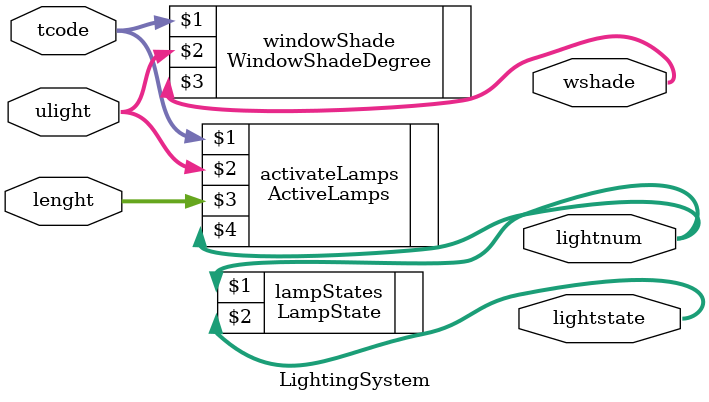
<source format=v>

/*--  *******************************************************
--  Computer Architecture Course, Laboratory Sources 
--  Amirkabir University of Technology (Tehran Polytechnic)
--  Department of Computer Engineering (CE-AUT)
--  https://ce[dot]aut[dot]ac[dot]ir
--  *******************************************************
--  All Rights reserved (C) 2019-2020
--  *******************************************************
--  Student ID  : 9831023
--  Student Name: Negin Kheirmand
--  Student Mail: neginkheirmand@aut.ac.ir
--  *******************************************************
--  Additional Comments:
--			in contribution to Arvand Darvash
--*/

/*-----------------------------------------------------------
---  Module Name: Active Lights
---  Description: Module4: LampState IC
-----------------------------------------------------------*/
`timescale 1 ns/1 ns 

module LightingSystem (
	input  [ 3:0] tcode      , // time code    [table2 time code   ]
	input  [ 3:0] ulight     , // user light   [light degree mode  ]
	input  [ 3:0] lenght     , // room length  [square room lenght ]
	output [ 3:0] wshade     , // shade level  [window shade level ]
	output [ 3:0] lightnum   , // number on    [number of active   ]
	output [15:0] lightstate   // lights state [lights state decode]
);

	WindowShadeDegree windowShade( tcode, ulight , wshade);	//this modules takes care of the Window shade in the room
	LampState lampStates( lightnum , lightstate );    //this module takes care of the state of the lamps in the room
	ActiveLamps activateLamps( tcode  , ulight , lenght , lightnum);//this module takes care of number of turned on lamps in the room
	
endmodule
</source>
